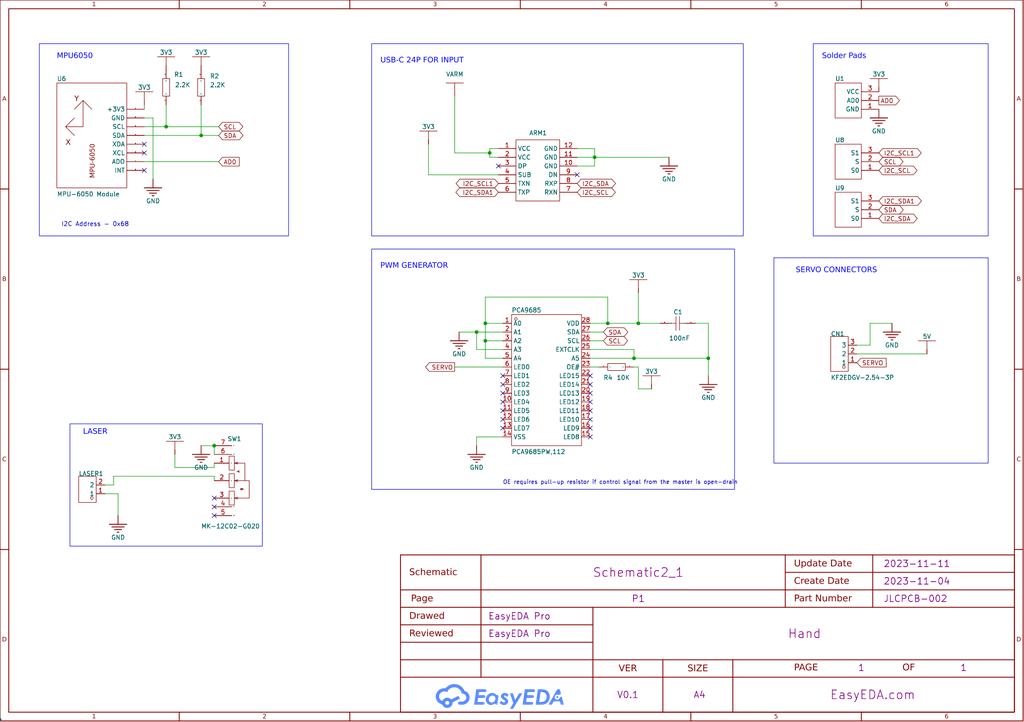
<source format=kicad_sch>
(kicad_sch (version 20231120) (generator "eeschema") (generator_version "8.0")
  (paper "User" 297.434 209.804)
  (lib_symbols
    (symbol "Power-5V_1" (power) (pin_numbers hide) (pin_names hide)
      (symbol "Power-5V_1_1_0"
        (pin power_in line (at 0 0 90) (length 1.27) (name "5V") (number "1"))
      )
    )
    (symbol "Power-VCC_1" (power) (pin_numbers hide) (pin_names hide)
      (property "Value" "VCC" (at 0 5.08 0))
      (symbol "Power-VCC_1_1_0"
        (pin power_in line (at 0 0 90) (length 1.27) (name "VARM") (number "1"))
      )
    )
    (symbol "finalhand-easyedapro:3 Pad Jumper"
      (symbol "3 Pad Jumper_1_0"
        (pin input line (at 7.62 -2.54 180) (length 5.08) (name "S0") (number "1"))
        (pin input line (at 7.62 0 180) (length 5.08) (name "S") (number "2"))
        (pin input line (at 7.62 2.54 180) (length 5.08) (name "S1") (number "3"))
      )
    )
    (symbol "finalhand-easyedapro:CAP"
      (symbol "CAP_1_0"
        (pin input line (at 5.08 0 180) (length 2.54) (name "1") (number "1"))
        (pin input line (at -5.08 0 0) (length 2.54) (name "2") (number "2"))
      )
    )
    (symbol "finalhand-easyedapro:Ground-GND" (power) (pin_numbers hide) (pin_names hide)
      (property "Value" "GND" (at 0 -6.35 0))
      (symbol "Ground-GND_1_0"
        (pin power_in line (at 0 0 270) (length 2.54) (name "") (number "1"))
      )
    )
    (symbol "finalhand-easyedapro:KF2EDGV-2.54-2P"
      (property "Reference" "CN?" (at 0 0 0))
      (symbol "KF2EDGV-2.54-2P_1_0"
        (pin input line (at -5.08 1.27 0) (length 2.54) (name "1") (number "1"))
        (pin input line (at -5.08 -1.27 0) (length 2.54) (name "2") (number "2"))
      )
    )
    (symbol "finalhand-easyedapro:KF2EDGV-2.54-3P"
      (property "Reference" "CN?" (at 0 0 0))
      (symbol "KF2EDGV-2.54-3P_1_0"
        (pin input line (at -5.08 2.54 0) (length 2.54) (name "1") (number "1"))
        (pin input line (at -5.08 0 0) (length 2.54) (name "2") (number "2"))
        (pin input line (at -5.08 -2.54 0) (length 2.54) (name "3") (number "3"))
      )
    )
    (symbol "finalhand-easyedapro:MK-12C02-G020"
      (property "Reference" "SW?" (at 0 0 0))
      (symbol "MK-12C02-G020_1_0"
        (text "A" (at -3.048 2.3368 0) (effects (font (size 0.6858 0.6858)) (justify left bottom)))
        (text "B" (at 2.032 3.3528 0) (effects (font (size 0.6858 0.6858)) (justify left bottom)))
        (pin input line (at -5.08 -5.08 90) (length 4.318) (name "1") (number "1"))
        (pin input line (at 0 -5.08 90) (length 4.318) (name "2") (number "2"))
        (pin input line (at 5.08 -5.08 90) (length 4.318) (name "3") (number "3"))
        (pin input line (at 7.62 -5.08 90) (length 5.08) (name "4") (number "4"))
        (pin input line (at 10.16 -5.08 90) (length 5.08) (name "5") (number "5"))
        (pin input line (at -7.62 -5.08 90) (length 5.08) (name "6") (number "6"))
        (pin input line (at -10.16 -5.08 90) (length 5.08) (name "7") (number "7"))
      )
    )
    (symbol "finalhand-easyedapro:MPU-6050 Module"
      (symbol "MPU-6050 Module_1_0"
        (text "MPU-6050" (at 3.5814 -27.6098 900) (effects (font (size 1.397 1.397)) (justify left bottom)))
        (text "X" (at -5.08 -18.2118 0) (effects (font (size 1.5748 1.5748)) (justify left bottom)))
        (text "Y" (at -2.54 -5.5118 0) (effects (font (size 1.5748 1.5748)) (justify left bottom)))
        (pin input line (at 17.78 -7.62 180) (length 5.08) (name "+3V3") (number "1"))
        (pin input line (at 17.78 -10.16 180) (length 5.08) (name "GND") (number "2"))
        (pin input line (at 17.78 -12.7 180) (length 5.08) (name "SCL") (number "3"))
        (pin input line (at 17.78 -15.24 180) (length 5.08) (name "SDA") (number "4"))
        (pin input line (at 17.78 -17.78 180) (length 5.08) (name "XDA") (number "5"))
        (pin input line (at 17.78 -20.32 180) (length 5.08) (name "XCL") (number "6"))
        (pin input line (at 17.78 -22.86 180) (length 5.08) (name "ADO") (number "7"))
        (pin input line (at 17.78 -25.4 180) (length 5.08) (name "INT") (number "8"))
      )
    )
    (symbol "finalhand-easyedapro:MPU6050 AD0 Breakout"
      (symbol "MPU6050 AD0 Breakout_1_0"
        (pin input line (at 7.62 -2.54 180) (length 5.08) (name "GND") (number "1"))
        (pin input line (at 7.62 0 180) (length 5.08) (name "AD0") (number "2"))
        (pin input line (at 7.62 2.54 180) (length 5.08) (name "VCC") (number "3"))
      )
    )
    (symbol "finalhand-easyedapro:PCA9685PW,112"
      (property "Reference" "U?" (at 0 0 0))
      (symbol "PCA9685PW,112_1_0"
        (pin input line (at -12.7 16.51 0) (length 2.54) (name "A0") (number "1"))
        (pin input line (at -12.7 -6.35 0) (length 2.54) (name "LED4") (number "10"))
        (pin input line (at -12.7 -8.89 0) (length 2.54) (name "LED5") (number "11"))
        (pin input line (at -12.7 -11.43 0) (length 2.54) (name "LED6") (number "12"))
        (pin input line (at -12.7 -13.97 0) (length 2.54) (name "LED7") (number "13"))
        (pin input line (at -12.7 -16.51 0) (length 2.54) (name "VSS") (number "14"))
        (pin input line (at 12.7 -16.51 180) (length 2.54) (name "LED8") (number "15"))
        (pin input line (at 12.7 -13.97 180) (length 2.54) (name "LED9") (number "16"))
        (pin input line (at 12.7 -11.43 180) (length 2.54) (name "LED10") (number "17"))
        (pin input line (at 12.7 -8.89 180) (length 2.54) (name "LED11") (number "18"))
        (pin input line (at 12.7 -6.35 180) (length 2.54) (name "LED12") (number "19"))
        (pin input line (at -12.7 13.97 0) (length 2.54) (name "A1") (number "2"))
        (pin input line (at 12.7 -3.81 180) (length 2.54) (name "LED13") (number "20"))
        (pin input line (at 12.7 -1.27 180) (length 2.54) (name "LED14") (number "21"))
        (pin input line (at 12.7 1.27 180) (length 2.54) (name "LED15") (number "22"))
        (pin input line (at 12.7 3.81 180) (length 2.54) (name "OE#") (number "23"))
        (pin input line (at 12.7 6.35 180) (length 2.54) (name "A5") (number "24"))
        (pin input line (at 12.7 8.89 180) (length 2.54) (name "EXTCLK") (number "25"))
        (pin input line (at 12.7 11.43 180) (length 2.54) (name "SCL") (number "26"))
        (pin input line (at 12.7 13.97 180) (length 2.54) (name "SDA") (number "27"))
        (pin input line (at 12.7 16.51 180) (length 2.54) (name "VDD") (number "28"))
        (pin input line (at -12.7 11.43 0) (length 2.54) (name "A2") (number "3"))
        (pin input line (at -12.7 8.89 0) (length 2.54) (name "A3") (number "4"))
        (pin input line (at -12.7 6.35 0) (length 2.54) (name "A4") (number "5"))
        (pin input line (at -12.7 3.81 0) (length 2.54) (name "LED0") (number "6"))
        (pin input line (at -12.7 1.27 0) (length 2.54) (name "LED1") (number "7"))
        (pin input line (at -12.7 -1.27 0) (length 2.54) (name "LED2") (number "8"))
        (pin input line (at -12.7 -3.81 0) (length 2.54) (name "LED3") (number "9"))
      )
    )
    (symbol "finalhand-easyedapro:Power-5V" (power) (pin_numbers hide) (pin_names hide)
      (symbol "Power-5V_1_0"
        (pin power_in line (at 0 0 90) (length 1.27) (name "3V3") (number "1"))
      )
    )
    (symbol "finalhand-easyedapro:Power-VCC" (power) (pin_numbers hide) (pin_names hide)
      (property "Value" "VCC" (at 0 5.08 0))
      (symbol "Power-VCC_1_0"
        (pin power_in line (at 0 0 90) (length 1.27) (name "3V3") (number "1"))
      )
    )
    (symbol "finalhand-easyedapro:Res"
      (symbol "Res_1_0"
        (pin input line (at -5.08 0 0) (length 2.54) (name "1") (number "1"))
        (pin input line (at 5.08 0 180) (length 2.54) (name "2") (number "2"))
      )
    )
    (symbol "finalhand-easyedapro:Sheet-Symbol_A4"
      (symbol "Sheet-Symbol_A4_1_0"
        (text "1" (at 27.305 1.27 0) (effects (font (size 1.27 1.27))))
        (text "1" (at 27.305 208.28 0) (effects (font (size 1.27 1.27))))
        (text "2" (at 76.835 1.27 0) (effects (font (size 1.27 1.27))))
        (text "2" (at 76.835 208.28 0) (effects (font (size 1.27 1.27))))
        (text "3" (at 126.365 1.27 0) (effects (font (size 1.27 1.27))))
        (text "3" (at 126.365 208.28 0) (effects (font (size 1.27 1.27))))
        (text "4" (at 175.895 1.27 0) (effects (font (size 1.27 1.27))))
        (text "4" (at 175.895 208.28 0) (effects (font (size 1.27 1.27))))
        (text "5" (at 225.425 1.27 0) (effects (font (size 1.27 1.27))))
        (text "5" (at 225.425 208.28 0) (effects (font (size 1.27 1.27))))
        (text "6" (at 274.955 1.27 0) (effects (font (size 1.27 1.27))))
        (text "6" (at 274.955 208.28 0) (effects (font (size 1.27 1.27))))
        (text "A" (at 1.27 180.7972 0) (effects (font (size 1.27 1.27))))
        (text "A" (at 295.91 180.7972 0) (effects (font (size 1.27 1.27))))
        (text "B" (at 1.27 128.4224 0) (effects (font (size 1.27 1.27))))
        (text "B" (at 295.91 128.4224 0) (effects (font (size 1.27 1.27))))
        (text "C" (at 1.27 76.0222 0) (effects (font (size 1.27 1.27))))
        (text "C" (at 295.91 76.0222 0) (effects (font (size 1.27 1.27))))
        (text "Create Date" (at 230.632 40.64 0) (effects (font (size 1.905 1.905)) (justify left)))
        (text "D" (at 1.27 23.6474 0) (effects (font (size 1.27 1.27))))
        (text "D" (at 295.91 23.6474 0) (effects (font (size 1.27 1.27))))
        (text "Drawed" (at 118.872 30.48 0) (effects (font (size 1.905 1.905)) (justify left)))
        (text "OF" (at 262.128 15.494 0) (effects (font (size 1.905 1.905)) (justify left)))
        (text "Page" (at 119.38 35.56 0) (effects (font (size 1.905 1.905)) (justify left)))
        (text "PAGE" (at 230.632 15.494 0) (effects (font (size 1.905 1.905)) (justify left)))
        (text "Part Number" (at 230.632 35.56 0) (effects (font (size 1.905 1.905)) (justify left)))
        (text "Reviewed" (at 118.872 25.4 0) (effects (font (size 1.905 1.905)) (justify left)))
        (text "Schematic" (at 118.872 43.18 0) (effects (font (size 1.905 1.905)) (justify left)))
        (text "SIZE" (at 202.692 15.24 0) (effects (font (size 1.905 1.905))))
        (text "Update Date" (at 230.632 45.72 0) (effects (font (size 1.905 1.905)) (justify left)))
        (text "VER" (at 182.372 15.24 0) (effects (font (size 1.905 1.905))))
      )
    )
    (symbol "finalhand-easyedapro:USB-C Stubby"
      (symbol "USB-C Stubby_1_0"
        (pin input line (at -10.16 5.08 0) (length 5.08) (name "VCC") (number "1"))
        (pin input line (at 12.7 0 180) (length 5.08) (name "GND") (number "10"))
        (pin input line (at 12.7 2.54 180) (length 5.08) (name "GND") (number "11"))
        (pin input line (at 12.7 5.08 180) (length 5.08) (name "GND") (number "12"))
        (pin input line (at -10.16 2.54 0) (length 5.08) (name "VCC") (number "2"))
        (pin input line (at -10.16 0 0) (length 5.08) (name "DP") (number "3"))
        (pin input line (at -10.16 -2.54 0) (length 5.08) (name "SUB") (number "4"))
        (pin input line (at -10.16 -5.08 0) (length 5.08) (name "TXN") (number "5"))
        (pin input line (at -10.16 -7.62 0) (length 5.08) (name "TXP") (number "6"))
        (pin input line (at 12.7 -7.62 180) (length 5.08) (name "RXN") (number "7"))
        (pin input line (at 12.7 -5.08 180) (length 5.08) (name "RXP") (number "8"))
        (pin input line (at 12.7 -2.54 180) (length 5.08) (name "DN") (number "9"))
      )
    )
  )
  (junction (at 62.23 129.54))
  (junction (at 176.53 93.98))
  (junction (at 48.26 36.83))
  (junction (at 184.15 104.14))
  (junction (at 142.24 44.45))
  (junction (at 140.97 99.06))
  (junction (at 140.97 93.98))
  (junction (at 58.42 39.37))
  (junction (at 205.74 104.14))
  (junction (at 138.43 96.52))
  (junction (at 185.42 93.98))
  (junction (at 172.72 45.72))
  (no_connect (at 171.45 116.84))
  (no_connect (at 41.91 41.91))
  (no_connect (at 171.45 111.76))
  (no_connect (at 146.05 116.84))
  (no_connect (at 62.23 149.86))
  (no_connect (at 171.45 127))
  (no_connect (at 62.23 144.78))
  (no_connect (at 146.05 119.38))
  (no_connect (at 171.45 114.3))
  (no_connect (at 167.64 50.8))
  (no_connect (at 171.45 121.92))
  (no_connect (at 146.05 121.92))
  (no_connect (at 41.91 44.45))
  (no_connect (at 41.91 49.53))
  (no_connect (at 62.23 147.32))
  (no_connect (at 146.05 124.46))
  (no_connect (at 171.45 124.46))
  (no_connect (at 171.45 119.38))
  (no_connect (at 146.05 114.3))
  (no_connect (at 171.45 109.22))
  (no_connect (at 146.05 109.22))
  (no_connect (at 146.05 111.76))
  (no_connect (at 144.78 48.26))
  (wire (pts (xy 176.53 93.98) (xy 185.42 93.98)))
  (wire (pts (xy 185.42 106.68) (xy 185.42 113.03)))
  (wire (pts (xy 248.92 102.87) (xy 269.24 102.87)))
  (wire (pts (xy 132.08 106.68) (xy 146.05 106.68)))
  (wire (pts (xy 140.97 93.98) (xy 140.97 99.06)))
  (wire (pts (xy 140.97 86.36) (xy 140.97 93.98)))
  (wire (pts (xy 184.15 104.14) (xy 184.15 101.6)))
  (wire (pts (xy 33.02 140.97) (xy 33.02 138.43)))
  (wire (pts (xy 252.73 100.33) (xy 248.92 100.33)))
  (wire (pts (xy 140.97 93.98) (xy 146.05 93.98)))
  (wire (pts (xy 140.97 99.06) (xy 140.97 104.14)))
  (wire (pts (xy 142.24 43.18) (xy 142.24 44.45)))
  (wire (pts (xy 48.26 36.83) (xy 41.91 36.83)))
  (wire (pts (xy 138.43 96.52) (xy 138.43 101.6)))
  (wire (pts (xy 124.46 50.8) (xy 144.78 50.8)))
  (wire (pts (xy 138.43 129.54) (xy 138.43 127)))
  (wire (pts (xy 176.53 93.98) (xy 176.53 86.36)))
  (wire (pts (xy 34.29 143.51) (xy 30.48 143.51)))
  (wire (pts (xy 41.91 34.29) (xy 44.45 34.29)))
  (wire (pts (xy 34.29 143.51) (xy 34.29 149.86)))
  (wire (pts (xy 41.91 31.75) (xy 41.91 30.48)))
  (wire (pts (xy 50.8 132.08) (xy 50.8 135.89)))
  (wire (pts (xy 171.45 101.6) (xy 184.15 101.6)))
  (wire (pts (xy 172.72 48.26) (xy 167.64 48.26)))
  (wire (pts (xy 176.53 86.36) (xy 140.97 86.36)))
  (wire (pts (xy 41.91 39.37) (xy 58.42 39.37)))
  (wire (pts (xy 144.78 45.72) (xy 142.24 45.72)))
  (wire (pts (xy 138.43 101.6) (xy 146.05 101.6)))
  (wire (pts (xy 62.23 129.54) (xy 58.42 129.54)))
  (wire (pts (xy 171.45 106.68) (xy 173.99 106.68)))
  (wire (pts (xy 58.42 30.48) (xy 58.42 39.37)))
  (wire (pts (xy 252.73 93.98) (xy 252.73 100.33)))
  (wire (pts (xy 171.45 104.14) (xy 184.15 104.14)))
  (wire (pts (xy 205.74 93.98) (xy 201.93 93.98)))
  (wire (pts (xy 138.43 127) (xy 146.05 127)))
  (wire (pts (xy 194.31 45.72) (xy 172.72 45.72)))
  (wire (pts (xy 62.23 138.43) (xy 62.23 139.7)))
  (wire (pts (xy 184.15 104.14) (xy 205.74 104.14)))
  (wire (pts (xy 191.77 93.98) (xy 185.42 93.98)))
  (wire (pts (xy 175.26 96.52) (xy 171.45 96.52)))
  (wire (pts (xy 172.72 43.18) (xy 172.72 45.72)))
  (wire (pts (xy 33.02 140.97) (xy 30.48 140.97)))
  (wire (pts (xy 172.72 45.72) (xy 172.72 48.26)))
  (wire (pts (xy 132.08 27.94) (xy 132.08 44.45)))
  (wire (pts (xy 142.24 44.45) (xy 132.08 44.45)))
  (wire (pts (xy 185.42 106.68) (xy 184.15 106.68)))
  (wire (pts (xy 124.46 41.91) (xy 124.46 50.8)))
  (wire (pts (xy 62.23 135.89) (xy 62.23 134.62)))
  (wire (pts (xy 175.26 99.06) (xy 171.45 99.06)))
  (wire (pts (xy 205.74 104.14) (xy 205.74 109.22)))
  (wire (pts (xy 50.8 135.89) (xy 62.23 135.89)))
  (wire (pts (xy 138.43 96.52) (xy 146.05 96.52)))
  (wire (pts (xy 172.72 43.18) (xy 167.64 43.18)))
  (wire (pts (xy 140.97 104.14) (xy 146.05 104.14)))
  (wire (pts (xy 41.91 46.99) (xy 63.5 46.99)))
  (wire (pts (xy 144.78 43.18) (xy 142.24 43.18)))
  (wire (pts (xy 205.74 93.98) (xy 205.74 104.14)))
  (wire (pts (xy 44.45 34.29) (xy 44.45 52.07)))
  (wire (pts (xy 48.26 36.83) (xy 48.26 30.48)))
  (wire (pts (xy 140.97 99.06) (xy 146.05 99.06)))
  (wire (pts (xy 171.45 93.98) (xy 176.53 93.98)))
  (wire (pts (xy 185.42 93.98) (xy 185.42 85.09)))
  (wire (pts (xy 62.23 129.54) (xy 62.23 132.08)))
  (wire (pts (xy 189.23 113.03) (xy 185.42 113.03)))
  (wire (pts (xy 48.26 36.83) (xy 63.5 36.83)))
  (wire (pts (xy 33.02 138.43) (xy 62.23 138.43)))
  (wire (pts (xy 142.24 44.45) (xy 142.24 45.72)))
  (wire (pts (xy 172.72 45.72) (xy 167.64 45.72)))
  (wire (pts (xy 133.35 96.52) (xy 138.43 96.52)))
  (wire (pts (xy 252.73 93.98) (xy 259.08 93.98)))
  (wire (pts (xy 58.42 39.37) (xy 63.5 39.37)))
  (rectangle (start 224.79 74.93) (end 287.02 134.62))
  (rectangle (start 107.95 12.7) (end 215.9 68.58))
  (rectangle (start 236.22 12.7) (end 287.02 68.58))
  (rectangle (start 20.32 123.19) (end 76.2 158.75))
  (rectangle (start 107.95 72.39) (end 213.36 142.24))
  (rectangle (start 11.43 12.7) (end 83.82 68.58))
  (text "PWM GENERATOR" (at 110.49 78.74 0) (effects (font (size 1.5748 1.5748)) (justify left bottom)))
  (text "I2C Address - 0x68" (at 17.78 66.04 0) (effects (font (size 1.27 1.27)) (justify left bottom)))
  (text "LASER" (at 24.13 127 0) (effects (font (size 1.5748 1.5748)) (justify left bottom)))
  (text "SERVO CONNECTORS" (at 231.14 80.01 0) (effects (font (size 1.5748 1.5748)) (justify left bottom)))
  (text "OE requires pull-up resistor if control signal from the master is open-drain" (at 146.05 140.97 0) (effects (font (size 1.143 1.143)) (justify left bottom)))
  (text "Solder Pads" (at 238.76 17.78 0) (effects (font (size 1.5748 1.5748)) (justify left bottom)))
  (text "USB-C 24P FOR INPUT" (at 110.49 19.05 0) (effects (font (size 1.5748 1.5748)) (justify left bottom)))
  (text "MPU6050" (at 16.51 17.78 0) (effects (font (size 1.5748 1.5748)) (justify left bottom)))
  (global_label "I2C_SDA" (shape bidirectional) (at 167.64 53.34 0) (property "Intersheetrefs" "${INTERSHEET_REFS}" (effects (hide yes))))
  (global_label "SDA" (shape bidirectional) (at 63.5 39.37 0) (property "Intersheetrefs" "${INTERSHEET_REFS}" (effects (hide yes))))
  (global_label "I2C_SCL" (shape bidirectional) (at 255.27 49.53 0) (property "Intersheetrefs" "${INTERSHEET_REFS}" (effects (hide yes))))
  (global_label "SDA" (shape bidirectional) (at 175.26 96.52 0) (property "Intersheetrefs" "${INTERSHEET_REFS}" (effects (hide yes))))
  (global_label "AD0" (shape input) (at 63.5 46.99 0) (property "Intersheetrefs" "${INTERSHEET_REFS}" (effects (hide yes))))
  (global_label "SCL" (shape bidirectional) (at 175.26 99.06 0) (property "Intersheetrefs" "${INTERSHEET_REFS}" (effects (hide yes))))
  (global_label "I2C_SDA" (shape bidirectional) (at 255.27 63.5 0) (property "Intersheetrefs" "${INTERSHEET_REFS}" (effects (hide yes))))
  (global_label "SERVO" (shape output) (at 132.08 106.68 180) (property "Intersheetrefs" "${INTERSHEET_REFS}" (effects (hide yes))))
  (global_label "AD0" (shape output) (at 255.27 29.21 0) (property "Intersheetrefs" "${INTERSHEET_REFS}" (effects (hide yes))))
  (global_label "SDA" (shape bidirectional) (at 255.27 60.96 0) (property "Intersheetrefs" "${INTERSHEET_REFS}" (effects (hide yes))))
  (global_label "I2C_SDA1" (shape bidirectional) (at 144.78 55.88 180) (property "Intersheetrefs" "${INTERSHEET_REFS}" (effects (hide yes))))
  (global_label "SERVO" (shape input) (at 248.92 105.41 0) (property "Intersheetrefs" "${INTERSHEET_REFS}" (effects (hide yes))))
  (global_label "I2C_SDA1" (shape bidirectional) (at 255.27 58.42 0) (property "Intersheetrefs" "${INTERSHEET_REFS}" (effects (hide yes))))
  (global_label "SCL" (shape bidirectional) (at 63.5 36.83 0) (property "Intersheetrefs" "${INTERSHEET_REFS}" (effects (hide yes))))
  (global_label "SCL" (shape bidirectional) (at 255.27 46.99 0) (property "Intersheetrefs" "${INTERSHEET_REFS}" (effects (hide yes))))
  (global_label "I2C_SCL1" (shape bidirectional) (at 144.78 53.34 180) (property "Intersheetrefs" "${INTERSHEET_REFS}" (effects (hide yes))))
  (global_label "I2C_SCL" (shape bidirectional) (at 167.64 55.88 0) (property "Intersheetrefs" "${INTERSHEET_REFS}" (effects (hide yes))))
  (global_label "I2C_SCL1" (shape bidirectional) (at 255.27 44.45 0) (property "Intersheetrefs" "${INTERSHEET_REFS}" (effects (hide yes))))
  (symbol (lib_id "finalhand-easyedapro:Ground-GND") (at 205.74 109.22 0) (unit 1)
    (property "Reference" "#PWR?" (effects (hide yes)))
    (property "Value" "GND" (at 205.74 115.57 0))
    (property "Footprint" "finalhand-easyedapro:" (effects (hide yes)))
    (property "Description" "Power symbol creates a global label with name 'GND'" (effects (hide yes)))
  )
  (symbol (lib_id "finalhand-easyedapro:Power-5V") (at 189.23 113.03 0) (unit 1)
    (property "Reference" "#PWR?" (effects (hide yes)))
    (property "Value" "3V3" (at 189.23 107.95 0))
    (property "Footprint" "finalhand-easyedapro:" (effects (hide yes)))
  )
  (symbol (lib_id "finalhand-easyedapro:Res") (at 179.07 106.68 0) (unit 1)
    (property "Reference" "R4" (at 175.26 110.49 0) (effects (justify left bottom)))
    (property "Value" "10K" (at 179.07 110.49 0) (effects (justify left bottom)))
    (property "Footprint" "finalhand-easyedapro:R0603" (effects (hide yes)))
  )
  (symbol (lib_id "finalhand-easyedapro:Ground-GND") (at 194.31 45.72 0) (unit 1)
    (property "Reference" "#PWR?" (effects (hide yes)))
    (property "Value" "GND" (at 194.31 52.07 0))
    (property "Footprint" "finalhand-easyedapro:" (effects (hide yes)))
    (property "Description" "Power symbol creates a global label with name 'GND'" (effects (hide yes)))
  )
  (symbol (lib_id "finalhand-easyedapro:Power-VCC") (at 48.26 20.32 0) (unit 1)
    (property "Reference" "#PWR?" (effects (hide yes)))
    (property "Value" "3V3" (at 48.26 15.24 0))
    (property "Footprint" "finalhand-easyedapro:" (effects (hide yes)))
    (property "Description" "Power symbol creates a global label with name 'VCC'" (effects (hide yes)))
  )
  (symbol (lib_id "finalhand-easyedapro:Power-5V") (at 185.42 85.09 0) (unit 1)
    (property "Reference" "#PWR?" (effects (hide yes)))
    (property "Value" "3V3" (at 185.42 80.01 0))
    (property "Footprint" "finalhand-easyedapro:" (effects (hide yes)))
  )
  (symbol (lib_id "finalhand-easyedapro:KF2EDGV-2.54-3P") (at 243.84 102.87 180) (unit 1)
    (property "Reference" "CN1" (at 241.3 97.7646 0) (effects (justify right top)))
    (property "Value" "KF2EDGV-2.54-3P" (at 241.3 110.4646 0) (effects (justify right top)))
    (property "Footprint" "finalhand-easyedapro:CONN-TH_3P-P2.54_KF2EDGV-2.54-3P" (effects (hide yes)))
  )
  (symbol (lib_id "finalhand-easyedapro:Ground-GND") (at 44.45 52.07 0) (unit 1)
    (property "Reference" "#PWR?" (effects (hide yes)))
    (property "Value" "GND" (at 44.45 58.42 0))
    (property "Footprint" "finalhand-easyedapro:" (effects (hide yes)))
    (property "Description" "Power symbol creates a global label with name 'GND'" (effects (hide yes)))
  )
  (symbol (lib_id "finalhand-easyedapro:Power-VCC") (at 50.8 132.08 0) (unit 1)
    (property "Reference" "#PWR?" (effects (hide yes)))
    (property "Value" "3V3" (at 50.8 127 0))
    (property "Footprint" "finalhand-easyedapro:" (effects (hide yes)))
    (property "Description" "Power symbol creates a global label with name 'VCC'" (effects (hide yes)))
  )
  (symbol (lib_id "finalhand-easyedapro:CAP") (at 196.85 93.98 0) (unit 1)
    (property "Reference" "C1" (at 195.58 91.44 0) (effects (justify left bottom)))
    (property "Value" "100nF" (at 194.31 99.0346 0) (effects (justify left bottom)))
    (property "Footprint" "finalhand-easyedapro:C0201" (effects (hide yes)))
  )
  (symbol (lib_id "finalhand-easyedapro:PCA9685PW,112") (at 158.75 110.49 0) (unit 1)
    (property "Reference" "PCA9685" (at 148.59 90.8812 0) (effects (justify left bottom)))
    (property "Value" "PCA9685PW,112" (at 148.59 132.0292 0) (effects (justify left bottom)))
    (property "Footprint" "finalhand-easyedapro:TSSOP-28_L9.7-W4.4-P0.65-LS6.4-BL" (effects (hide yes)))
  )
  (symbol (lib_id "finalhand-easyedapro:Sheet-Symbol_A4") (at 0 209.55 0) (unit 1)
    (property "Reference" "?" (at 0 209.55 0))
    (property "Footprint" "finalhand-easyedapro:" (effects (hide yes)))
    (property "@Create Date" "2023-11-04" (at 256.54 168.91 0) (effects (font (size 1.905 1.905)) (justify left)))
    (property "@Page Count" "1" (at 279.908 194.056 0) (effects (font (size 1.905 1.905))))
    (property "@Page Name" "P1" (at 185.42 173.99 0) (effects (font (size 1.905 1.905))))
    (property "@Page No" "1" (at 250.19 194.056 0) (effects (font (size 1.905 1.905))))
    (property "@Project Name" "Hand" (at 233.68 184.15 0) (effects (font (size 2.54 2.54))))
    (property "@Schematic Name" "Schematic2_1" (at 185.42 166.37 0) (effects (font (size 2.54 2.54))))
    (property "@Update Date" "2023-11-11" (at 256.54 163.83 0) (effects (font (size 1.905 1.905)) (justify left)))
    (property "Company" "EasyEDA.com" (at 253.492 201.93 0) (effects (font (size 2.54 2.54))))
    (property "Drawed" "EasyEDA Pro" (at 141.732 179.07 0) (effects (font (size 1.905 1.905)) (justify left)))
    (property "Page Size" "A4" (at 203.2 201.93 0) (effects (font (size 1.905 1.905))))
    (property "Part Number" "JLCPCB-002" (at 256.54 173.99 0) (effects (font (size 1.905 1.905)) (justify left)))
    (property "Reviewed" "EasyEDA Pro" (at 141.732 184.15 0) (effects (font (size 1.905 1.905)) (justify left)))
    (property "Version" "V0.1" (at 182.372 201.93 0) (effects (font (size 1.905 1.905))))
  )
  (symbol (lib_id "finalhand-easyedapro:Ground-GND") (at 255.27 31.75 0) (unit 1)
    (property "Reference" "#PWR?" (effects (hide yes)))
    (property "Value" "GND" (at 255.27 38.1 0))
    (property "Footprint" "finalhand-easyedapro:" (effects (hide yes)))
    (property "Description" "Power symbol creates a global label with name 'GND'" (effects (hide yes)))
  )
  (symbol (lib_id "finalhand-easyedapro:Power-VCC") (at 255.27 26.67 0) (unit 1)
    (property "Reference" "#PWR?" (effects (hide yes)))
    (property "Value" "3V3" (at 255.27 21.59 0))
    (property "Footprint" "finalhand-easyedapro:" (effects (hide yes)))
    (property "Description" "Power symbol creates a global label with name 'VCC'" (effects (hide yes)))
  )
  (symbol (lib_id "finalhand-easyedapro:MK-12C02-G020") (at 67.31 139.7 270) (unit 1)
    (property "Reference" "SW1" (at 66.04 128.2954 90) (effects (justify left bottom)))
    (property "Value" "MK-12C02-G020" (at 58.42 153.67 90) (effects (justify left bottom)))
    (property "Footprint" "finalhand-easyedapro:SW-SMD_MK-12C02-G020" (effects (hide yes)))
  )
  (symbol (lib_id "finalhand-easyedapro:USB-C Stubby") (at 154.94 48.26 0) (unit 1)
    (property "Reference" "ARM1" (at 153.67 39.37 0) (effects (justify left bottom)))
    (property "Footprint" "finalhand-easyedapro:USB-C Stubby" (effects (hide yes)))
  )
  (symbol (lib_id "finalhand-easyedapro:Ground-GND") (at 259.08 93.98 0) (unit 1)
    (property "Reference" "#PWR?" (effects (hide yes)))
    (property "Value" "GND" (at 259.08 100.33 0))
    (property "Footprint" "finalhand-easyedapro:" (effects (hide yes)))
    (property "Description" "Power symbol creates a global label with name 'GND'" (effects (hide yes)))
  )
  (symbol (lib_id "finalhand-easyedapro:Power-VCC") (at 58.42 20.32 0) (unit 1)
    (property "Reference" "#PWR?" (effects (hide yes)))
    (property "Value" "3V3" (at 58.42 15.24 0))
    (property "Footprint" "finalhand-easyedapro:" (effects (hide yes)))
    (property "Description" "Power symbol creates a global label with name 'VCC'" (effects (hide yes)))
  )
  (symbol (lib_id "finalhand-easyedapro:Ground-GND") (at 58.42 129.54 0) (unit 1)
    (property "Reference" "#PWR?" (effects (hide yes)))
    (property "Value" "GND" (at 58.42 135.89 0))
    (property "Footprint" "finalhand-easyedapro:" (effects (hide yes)))
    (property "Description" "Power symbol creates a global label with name 'GND'" (effects (hide yes)))
  )
  (symbol (lib_id "finalhand-easyedapro:Power-VCC") (at 41.91 30.48 0) (unit 1)
    (property "Reference" "#PWR?" (effects (hide yes)))
    (property "Value" "3V3" (at 41.91 25.4 0))
    (property "Footprint" "finalhand-easyedapro:" (effects (hide yes)))
    (property "Description" "Power symbol creates a global label with name 'VCC'" (effects (hide yes)))
  )
  (symbol (lib_id "finalhand-easyedapro:Ground-GND") (at 133.35 96.52 0) (unit 1)
    (property "Reference" "#PWR?" (effects (hide yes)))
    (property "Value" "GND" (at 133.35 102.87 0))
    (property "Footprint" "finalhand-easyedapro:" (effects (hide yes)))
    (property "Description" "Power symbol creates a global label with name 'GND'" (effects (hide yes)))
  )
  (symbol (lib_id "finalhand-easyedapro:3 Pad Jumper") (at 247.65 60.96 0) (unit 1)
    (property "Reference" "U9" (at 242.57 55.3974 0) (effects (justify left bottom)))
    (property "Footprint" "finalhand-easyedapro:3 Pad Jumper" (effects (hide yes)))
  )
  (symbol (lib_id "finalhand-easyedapro:KF2EDGV-2.54-2P") (at 25.4 142.24 180) (unit 1)
    (property "Reference" "LASER1" (at 22.86 138.4046 0) (effects (justify right top)))
    (property "Value" "KF2EDGV-2.54-2P" (effects (hide yes)))
    (property "Footprint" "finalhand-easyedapro:CONN-TH_KF2EDGV-2.54-2P" (effects (hide yes)))
  )
  (symbol (lib_id "finalhand-easyedapro:3 Pad Jumper") (at 247.65 46.99 0) (unit 1)
    (property "Reference" "U8" (at 242.57 41.4274 0) (effects (justify left bottom)))
    (property "Footprint" "finalhand-easyedapro:3 Pad Jumper" (effects (hide yes)))
  )
  (symbol (lib_id "finalhand-easyedapro:MPU-6050 Module") (at 24.13 24.13 0) (unit 1)
    (property "Reference" "U6" (at 16.51 23.622 0) (effects (justify left bottom)))
    (property "Value" "MPU-6050 Module" (at 16.51 57.15 0) (effects (justify left bottom)))
    (property "Footprint" "finalhand-easyedapro:MPU-6050 MODULE" (effects (hide yes)))
  )
  (symbol (lib_id "finalhand-easyedapro:Power-VCC") (at 124.46 41.91 0) (unit 1)
    (property "Reference" "#PWR?" (effects (hide yes)))
    (property "Value" "3V3" (at 124.46 36.83 0))
    (property "Footprint" "finalhand-easyedapro:" (effects (hide yes)))
    (property "Description" "Power symbol creates a global label with name 'VCC'" (effects (hide yes)))
  )
  (symbol (lib_id "finalhand-easyedapro:Res") (at 58.42 25.4 90) (unit 1)
    (property "Reference" "R2" (at 60.96 22.86 90) (effects (justify right top)))
    (property "Value" "2.2K" (at 60.96 25.4254 90) (effects (justify right top)))
    (property "Footprint" "finalhand-easyedapro:R0603" (effects (hide yes)))
  )
  (symbol (lib_id "finalhand-easyedapro:Res") (at 48.26 25.4 90) (unit 1)
    (property "Reference" "R1" (at 50.546 22.3774 90) (effects (justify right top)))
    (property "Value" "2.2K" (at 50.8 25.4 90) (effects (justify right top)))
    (property "Footprint" "finalhand-easyedapro:R0603" (effects (hide yes)))
  )
  (symbol (lib_name "Power-5V_1") (lib_id "finalhand-easyedapro:Power-5V") (at 269.24 102.87 0) (unit 1)
    (property "Reference" "#PWR?" (effects (hide yes)))
    (property "Value" "5V" (at 269.24 97.79 0))
    (property "Footprint" "finalhand-easyedapro:" (effects (hide yes)))
  )
  (symbol (lib_name "Power-VCC_1") (lib_id "finalhand-easyedapro:Power-VCC") (at 132.08 27.94 0) (unit 1)
    (property "Reference" "#PWR?" (effects (hide yes)))
    (property "Value" "VARM" (at 132.08 21.59 0))
    (property "Footprint" "finalhand-easyedapro:" (effects (hide yes)))
    (property "Description" "Power symbol creates a global label with name 'VCC'" (effects (hide yes)))
  )
  (symbol (lib_id "finalhand-easyedapro:MPU6050 AD0 Breakout") (at 247.65 29.21 0) (unit 1)
    (property "Reference" "U1" (at 242.57 23.5966 0) (effects (justify left bottom)))
    (property "Footprint" "finalhand-easyedapro:MPU6050 AD0 Breakout" (effects (hide yes)))
  )
  (symbol (lib_id "finalhand-easyedapro:Ground-GND") (at 34.29 149.86 0) (unit 1)
    (property "Reference" "#PWR?" (effects (hide yes)))
    (property "Value" "GND" (at 34.29 156.21 0))
    (property "Footprint" "finalhand-easyedapro:" (effects (hide yes)))
    (property "Description" "Power symbol creates a global label with name 'GND'" (effects (hide yes)))
  )
  (symbol (lib_id "finalhand-easyedapro:Ground-GND") (at 138.43 129.54 0) (unit 1)
    (property "Reference" "#PWR?" (effects (hide yes)))
    (property "Value" "GND" (at 138.43 135.89 0))
    (property "Footprint" "finalhand-easyedapro:" (effects (hide yes)))
    (property "Description" "Power symbol creates a global label with name 'GND'" (effects (hide yes)))
  )
)
</source>
